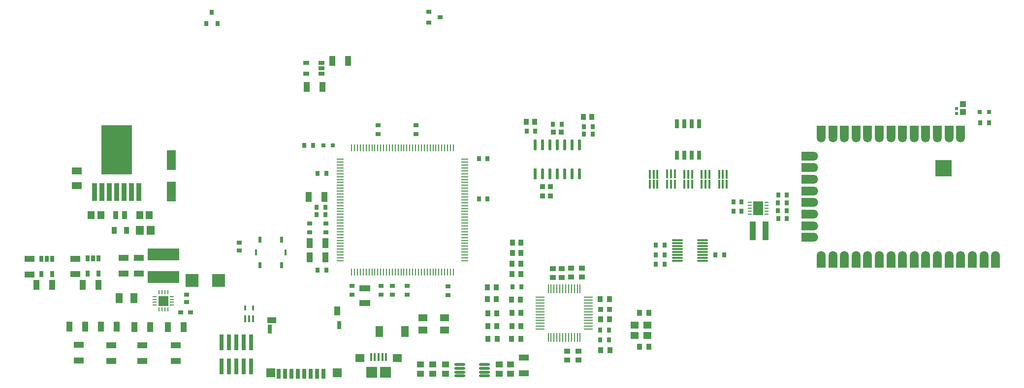
<source format=gtp>
G04*
G04 #@! TF.GenerationSoftware,Altium Limited,Altium Designer,20.2.6 (244)*
G04*
G04 Layer_Color=8421504*
%FSLAX25Y25*%
%MOIN*%
G70*
G04*
G04 #@! TF.SameCoordinates,2322B5F6-C0F9-4DFB-907C-46C9DA4D7F26*
G04*
G04*
G04 #@! TF.FilePolarity,Positive*
G04*
G01*
G75*
%ADD22R,0.06142X0.01102*%
%ADD23R,0.01102X0.06142*%
%ADD24R,0.02756X0.03543*%
%ADD25R,0.03740X0.04134*%
%ADD26R,0.03150X0.03543*%
%ADD27R,0.02236X0.07498*%
G04:AMPARAMS|DCode=28|XSize=74.98mil|YSize=22.36mil|CornerRadius=11.18mil|HoleSize=0mil|Usage=FLASHONLY|Rotation=90.000|XOffset=0mil|YOffset=0mil|HoleType=Round|Shape=RoundedRectangle|*
%AMROUNDEDRECTD28*
21,1,0.07498,0.00000,0,0,90.0*
21,1,0.05262,0.02236,0,0,90.0*
1,1,0.02236,0.00000,0.02631*
1,1,0.02236,0.00000,-0.02631*
1,1,0.02236,0.00000,-0.02631*
1,1,0.02236,0.00000,0.02631*
%
%ADD28ROUNDEDRECTD28*%
%ADD29R,0.01400X0.03200*%
%ADD30R,0.01400X0.05000*%
%ADD31R,0.03740X0.03150*%
%ADD32R,0.02362X0.03937*%
%ADD33R,0.01772X0.03937*%
%ADD34R,0.07480X0.07480*%
%ADD35R,0.06299X0.05512*%
%ADD36R,0.01355X0.05315*%
%ADD37R,0.03150X0.03150*%
%ADD38R,0.00900X0.04800*%
%ADD39R,0.04800X0.00900*%
%ADD40R,0.07480X0.04331*%
G04:AMPARAMS|DCode=41|XSize=43.31mil|YSize=23.62mil|CornerRadius=2.01mil|HoleSize=0mil|Usage=FLASHONLY|Rotation=180.000|XOffset=0mil|YOffset=0mil|HoleType=Round|Shape=RoundedRectangle|*
%AMROUNDEDRECTD41*
21,1,0.04331,0.01961,0,0,180.0*
21,1,0.03929,0.02362,0,0,180.0*
1,1,0.00402,-0.01965,0.00980*
1,1,0.00402,0.01965,0.00980*
1,1,0.00402,0.01965,-0.00980*
1,1,0.00402,-0.01965,-0.00980*
%
%ADD41ROUNDEDRECTD41*%
%ADD42R,0.04331X0.06693*%
%ADD43R,0.09055X0.09055*%
%ADD44R,0.03543X0.02756*%
%ADD45O,0.05906X0.11260*%
%ADD46O,0.11260X0.05906*%
%ADD47C,0.00787*%
%ADD48R,0.05906X0.05906*%
%ADD49R,0.05906X0.05906*%
%ADD50R,0.03543X0.03150*%
%ADD51R,0.03347X0.03740*%
%ADD52R,0.03347X0.03858*%
%ADD53R,0.06299X0.04921*%
%ADD54R,0.04134X0.04134*%
%ADD55R,0.03150X0.03543*%
%ADD56R,0.21063X0.33622*%
%ADD57R,0.03504X0.12047*%
%ADD58R,0.03386X0.03858*%
%ADD59R,0.06890X0.09646*%
%ADD60R,0.02972X0.01000*%
%ADD61R,0.03937X0.12598*%
%ADD62R,0.02913X0.10984*%
%ADD63R,0.06693X0.04331*%
%ADD64R,0.05512X0.04724*%
%ADD65R,0.03622X0.03858*%
%ADD66R,0.01575X0.05906*%
%ADD67R,0.04724X0.06693*%
%ADD68R,0.06693X0.06693*%
%ADD69R,0.02992X0.01024*%
%ADD70R,0.01024X0.02992*%
G04:AMPARAMS|DCode=71|XSize=43.31mil|YSize=23.62mil|CornerRadius=2.01mil|HoleSize=0mil|Usage=FLASHONLY|Rotation=270.000|XOffset=0mil|YOffset=0mil|HoleType=Round|Shape=RoundedRectangle|*
%AMROUNDEDRECTD71*
21,1,0.04331,0.01961,0,0,270.0*
21,1,0.03929,0.02362,0,0,270.0*
1,1,0.00402,-0.00980,-0.01965*
1,1,0.00402,-0.00980,0.01965*
1,1,0.00402,0.00980,0.01965*
1,1,0.00402,0.00980,-0.01965*
%
%ADD71ROUNDEDRECTD71*%
%ADD72R,0.06717X0.04545*%
%ADD73R,0.21654X0.08465*%
%ADD74R,0.02047X0.02047*%
%ADD75O,0.07677X0.01181*%
%ADD76R,0.03189X0.03858*%
%ADD77R,0.03740X0.04055*%
%ADD78R,0.03858X0.03622*%
%ADD79R,0.03425X0.03858*%
%ADD80R,0.05118X0.03937*%
%ADD81O,0.07480X0.01772*%
%ADD82R,0.03942X0.05913*%
%ADD83R,0.05906X0.03937*%
%ADD84R,0.03151X0.05514*%
%ADD85R,0.03152X0.05910*%
%ADD86R,0.05913X0.05913*%
%ADD87R,0.05909X0.05909*%
%ADD88R,0.02760X0.06900*%
%ADD89R,0.02759X0.06897*%
%ADD90R,0.02757X0.06892*%
%ADD91R,0.02760X0.06900*%
%ADD92R,0.02759X0.06898*%
%ADD93R,0.02758X0.06896*%
%ADD94R,0.02761X0.06902*%
%ADD95R,0.02757X0.06892*%
%ADD96R,0.03543X0.03150*%
%ADD97R,0.03543X0.04724*%
%ADD98R,0.03740X0.05315*%
%ADD99R,0.05512X0.06102*%
%ADD100R,0.05118X0.05709*%
%ADD101R,0.04528X0.05709*%
%ADD102R,0.03425X0.03661*%
%ADD103R,0.03858X0.03386*%
%ADD104R,0.03858X0.03189*%
%ADD105R,0.06299X0.13780*%
%ADD106R,0.03197X0.02985*%
%ADD107R,0.02559X0.06004*%
G36*
X624540Y124350D02*
X613540D01*
Y135350D01*
X624540D01*
Y124350D01*
D02*
G37*
G36*
X92962Y37745D02*
X88728D01*
Y41980D01*
X92962D01*
Y37745D01*
D02*
G37*
G36*
X256807Y15393D02*
X252082D01*
Y22873D01*
X256807D01*
Y15393D01*
D02*
G37*
G36*
X239484D02*
X234759D01*
Y22873D01*
X239484D01*
Y15393D01*
D02*
G37*
D22*
X345831Y42322D02*
D03*
Y40354D02*
D03*
Y38385D02*
D03*
Y36417D02*
D03*
Y34448D02*
D03*
Y32480D02*
D03*
Y30511D02*
D03*
Y28543D02*
D03*
Y26574D02*
D03*
Y24606D02*
D03*
Y22637D02*
D03*
Y20669D02*
D03*
X378744D02*
D03*
Y22637D02*
D03*
Y24606D02*
D03*
Y26574D02*
D03*
Y28543D02*
D03*
Y30511D02*
D03*
Y32480D02*
D03*
Y34448D02*
D03*
Y36417D02*
D03*
Y38385D02*
D03*
Y40354D02*
D03*
Y42322D02*
D03*
D23*
X351461Y15039D02*
D03*
X353429D02*
D03*
X355398D02*
D03*
X357366D02*
D03*
X359335D02*
D03*
X361303D02*
D03*
X363272D02*
D03*
X365240D02*
D03*
X367209D02*
D03*
X369177D02*
D03*
X371146D02*
D03*
X373114D02*
D03*
Y47952D02*
D03*
X371146D02*
D03*
X369177D02*
D03*
X367209D02*
D03*
X365240D02*
D03*
X363272D02*
D03*
X361303D02*
D03*
X359335D02*
D03*
X357366D02*
D03*
X355398D02*
D03*
X353429D02*
D03*
X351461D02*
D03*
D24*
X381509Y158034D02*
D03*
X375603D02*
D03*
Y153024D02*
D03*
X381509D02*
D03*
X643969Y160777D02*
D03*
X649874D02*
D03*
X192208Y145390D02*
D03*
X186302D02*
D03*
X200544Y98504D02*
D03*
X194638D02*
D03*
X200544Y103501D02*
D03*
X194638D02*
D03*
X513000Y101031D02*
D03*
X507094D02*
D03*
Y106372D02*
D03*
X513000D02*
D03*
X513069Y111712D02*
D03*
X507164D02*
D03*
X201331Y60777D02*
D03*
X195426D02*
D03*
X342772Y154894D02*
D03*
X336867D02*
D03*
X354727Y159671D02*
D03*
X360632D02*
D03*
X424350Y77661D02*
D03*
X430256D02*
D03*
X424350Y71058D02*
D03*
X430256D02*
D03*
X424350Y64865D02*
D03*
X430256D02*
D03*
X386556Y13217D02*
D03*
X392461D02*
D03*
X386556Y20153D02*
D03*
X392461D02*
D03*
X333237Y49251D02*
D03*
X327332D02*
D03*
X464600Y71058D02*
D03*
X470506D02*
D03*
X304483Y108913D02*
D03*
X310388D02*
D03*
X195426Y126311D02*
D03*
X201331D02*
D03*
X304483Y136453D02*
D03*
X310388D02*
D03*
D25*
X381016Y164571D02*
D03*
X375308D02*
D03*
X342280Y161396D02*
D03*
X336572D02*
D03*
D26*
X120035Y227909D02*
D03*
X127516D02*
D03*
X123776Y235783D02*
D03*
D27*
X342471Y126145D02*
D03*
D28*
X347471D02*
D03*
X352471D02*
D03*
X357471D02*
D03*
X362471D02*
D03*
X367471D02*
D03*
X372471D02*
D03*
Y145837D02*
D03*
X367471D02*
D03*
X362471D02*
D03*
X357471D02*
D03*
X352471D02*
D03*
X347471D02*
D03*
X342471D02*
D03*
D29*
X146348Y35002D02*
D03*
X151466D02*
D03*
D30*
Y27602D02*
D03*
X148907D02*
D03*
X146348D02*
D03*
D31*
X142169Y74149D02*
D03*
Y79267D02*
D03*
D32*
X170983Y64106D02*
D03*
X156416D02*
D03*
X170983Y81429D02*
D03*
X156416D02*
D03*
D33*
X173640Y72768D02*
D03*
X153759D02*
D03*
D34*
X241391Y-8747D02*
D03*
X231942D02*
D03*
D35*
X249265Y899D02*
D03*
X224068D02*
D03*
D36*
X241785Y1785D02*
D03*
X239226D02*
D03*
X236667D02*
D03*
X234108D02*
D03*
X231549D02*
D03*
D37*
X650071Y168211D02*
D03*
X643772D02*
D03*
X199273Y145217D02*
D03*
X205572D02*
D03*
D38*
X218346Y143839D02*
D03*
X220314D02*
D03*
X222283D02*
D03*
X224251D02*
D03*
X226220D02*
D03*
X228188D02*
D03*
X230157D02*
D03*
X232125D02*
D03*
X234094D02*
D03*
X236062D02*
D03*
X238031D02*
D03*
X239999D02*
D03*
X241968D02*
D03*
X243936D02*
D03*
X245905D02*
D03*
X247873D02*
D03*
X249842D02*
D03*
X251810D02*
D03*
X253779D02*
D03*
X255747D02*
D03*
X257716D02*
D03*
X259684D02*
D03*
X261653D02*
D03*
X263621D02*
D03*
X265590D02*
D03*
X267558D02*
D03*
X269527D02*
D03*
X271495D02*
D03*
X273464D02*
D03*
X275432D02*
D03*
X277401D02*
D03*
X279369D02*
D03*
X281338D02*
D03*
X283306D02*
D03*
X285275D02*
D03*
X287243D02*
D03*
Y59239D02*
D03*
X285275D02*
D03*
X283306D02*
D03*
X281338D02*
D03*
X279369D02*
D03*
X277401D02*
D03*
X275432D02*
D03*
X273464D02*
D03*
X271495D02*
D03*
X269527D02*
D03*
X267558D02*
D03*
X265590D02*
D03*
X263621D02*
D03*
X261653D02*
D03*
X259684D02*
D03*
X257716D02*
D03*
X255747D02*
D03*
X253779D02*
D03*
X251810D02*
D03*
X249842D02*
D03*
X247873D02*
D03*
X245905D02*
D03*
X243936D02*
D03*
X241968D02*
D03*
X239999D02*
D03*
X238031D02*
D03*
X236062D02*
D03*
X234094D02*
D03*
X232125D02*
D03*
X230157D02*
D03*
X228188D02*
D03*
X226220D02*
D03*
X224251D02*
D03*
X222283D02*
D03*
X220314D02*
D03*
X218346D02*
D03*
D39*
X295094Y135988D02*
D03*
Y134020D02*
D03*
Y132051D02*
D03*
Y130083D02*
D03*
Y128114D02*
D03*
Y126146D02*
D03*
Y124177D02*
D03*
Y122209D02*
D03*
Y120240D02*
D03*
Y118272D02*
D03*
Y116303D02*
D03*
Y114335D02*
D03*
Y112366D02*
D03*
Y110398D02*
D03*
Y108429D02*
D03*
Y106461D02*
D03*
Y104492D02*
D03*
Y102524D02*
D03*
Y100555D02*
D03*
Y98587D02*
D03*
Y96618D02*
D03*
Y94650D02*
D03*
Y92681D02*
D03*
Y90713D02*
D03*
Y88744D02*
D03*
Y86776D02*
D03*
Y84807D02*
D03*
Y82839D02*
D03*
Y80870D02*
D03*
Y78902D02*
D03*
Y76933D02*
D03*
Y74965D02*
D03*
Y72996D02*
D03*
Y71028D02*
D03*
Y69059D02*
D03*
Y67091D02*
D03*
X210494D02*
D03*
Y69059D02*
D03*
Y71028D02*
D03*
Y72996D02*
D03*
Y74965D02*
D03*
Y76933D02*
D03*
Y78902D02*
D03*
Y80870D02*
D03*
Y82839D02*
D03*
Y84807D02*
D03*
Y86776D02*
D03*
Y88744D02*
D03*
Y90713D02*
D03*
Y92681D02*
D03*
Y94650D02*
D03*
Y96618D02*
D03*
Y98587D02*
D03*
Y100555D02*
D03*
Y102524D02*
D03*
Y104492D02*
D03*
Y106461D02*
D03*
Y108429D02*
D03*
Y110398D02*
D03*
Y112366D02*
D03*
Y114335D02*
D03*
Y116303D02*
D03*
Y118272D02*
D03*
Y120240D02*
D03*
Y122209D02*
D03*
Y124177D02*
D03*
Y126146D02*
D03*
Y128114D02*
D03*
Y130083D02*
D03*
Y132051D02*
D03*
Y134020D02*
D03*
Y135988D02*
D03*
D40*
X227225Y48347D02*
D03*
Y38505D02*
D03*
D41*
X187748Y194011D02*
D03*
Y201492D02*
D03*
X197985D02*
D03*
Y197752D02*
D03*
Y194011D02*
D03*
D42*
X187899Y185011D02*
D03*
X198529D02*
D03*
X205229Y202633D02*
D03*
X215859D02*
D03*
X36334Y50612D02*
D03*
X46964D02*
D03*
X189255Y110398D02*
D03*
X199885D02*
D03*
X189894Y79067D02*
D03*
X200524D02*
D03*
X200544Y69224D02*
D03*
X189914D02*
D03*
X71325Y22069D02*
D03*
X81955D02*
D03*
X93877Y22069D02*
D03*
X104507D02*
D03*
X48718Y22284D02*
D03*
X59347D02*
D03*
X27297Y22284D02*
D03*
X37927D02*
D03*
X5081Y50612D02*
D03*
X15711D02*
D03*
D43*
X110405Y53564D02*
D03*
X128121D02*
D03*
D44*
X190032Y86450D02*
D03*
Y92355D02*
D03*
X200937Y86341D02*
D03*
Y92247D02*
D03*
X238216Y44010D02*
D03*
Y49916D02*
D03*
X218531Y44010D02*
D03*
Y49916D02*
D03*
X283491Y49704D02*
D03*
Y43798D02*
D03*
X246090Y49916D02*
D03*
Y44010D02*
D03*
X236339Y153183D02*
D03*
Y159089D02*
D03*
X255932Y49916D02*
D03*
Y44010D02*
D03*
X261806Y153183D02*
D03*
Y159089D02*
D03*
D45*
X630739Y153141D02*
D03*
X622865D02*
D03*
X614992D02*
D03*
X607118D02*
D03*
X599243D02*
D03*
X591369D02*
D03*
X583495D02*
D03*
X575621D02*
D03*
X567747D02*
D03*
X559873D02*
D03*
X551999D02*
D03*
X544125D02*
D03*
X536251D02*
D03*
Y67944D02*
D03*
X544125D02*
D03*
X551999D02*
D03*
X559873D02*
D03*
X567747D02*
D03*
X575621D02*
D03*
X583495D02*
D03*
X591369D02*
D03*
X599243D02*
D03*
X607118D02*
D03*
X614992D02*
D03*
X622865D02*
D03*
X630739D02*
D03*
X638614D02*
D03*
X646488D02*
D03*
X654362D02*
D03*
D46*
X528692Y138110D02*
D03*
Y130236D02*
D03*
Y122362D02*
D03*
Y114488D02*
D03*
Y106614D02*
D03*
Y98739D02*
D03*
Y90865D02*
D03*
Y82991D02*
D03*
D47*
X619322Y129440D02*
D03*
D48*
X630739Y155850D02*
D03*
X654362Y65267D02*
D03*
X622865Y155850D02*
D03*
X614992D02*
D03*
X607118D02*
D03*
X599243D02*
D03*
X591369D02*
D03*
X583495D02*
D03*
X575621D02*
D03*
X567747D02*
D03*
X559873D02*
D03*
X551999D02*
D03*
X544125D02*
D03*
X536251D02*
D03*
Y65236D02*
D03*
X544125D02*
D03*
X551999D02*
D03*
X559873D02*
D03*
X567747D02*
D03*
X575621D02*
D03*
X583495D02*
D03*
X591369D02*
D03*
X599243D02*
D03*
X607118D02*
D03*
X614992D02*
D03*
X622865D02*
D03*
X630739D02*
D03*
X638614D02*
D03*
X646488D02*
D03*
D49*
X525984Y138110D02*
D03*
Y130236D02*
D03*
Y122362D02*
D03*
Y114488D02*
D03*
Y106614D02*
D03*
Y98739D02*
D03*
Y90865D02*
D03*
Y82991D02*
D03*
D50*
X278449Y232399D02*
D03*
X270574Y228659D02*
D03*
Y236139D02*
D03*
D51*
X360337Y154476D02*
D03*
X355022D02*
D03*
X352881Y117411D02*
D03*
X347566D02*
D03*
X352881Y110889D02*
D03*
X347566D02*
D03*
D52*
X327208Y72216D02*
D03*
X333113D02*
D03*
X310553Y31495D02*
D03*
X316459D02*
D03*
X333113Y79331D02*
D03*
X327208D02*
D03*
X310574Y22696D02*
D03*
X316479D02*
D03*
D53*
X266569Y19881D02*
D03*
X281135D02*
D03*
X266569Y28543D02*
D03*
X281135D02*
D03*
D54*
X632402Y168211D02*
D03*
Y173527D02*
D03*
D55*
X507291Y95691D02*
D03*
X512803D02*
D03*
X476809Y100818D02*
D03*
X482321D02*
D03*
Y107009D02*
D03*
X476809D02*
D03*
D56*
X59401Y142479D02*
D03*
D57*
X74401Y113720D02*
D03*
X69401D02*
D03*
X64401D02*
D03*
X59401D02*
D03*
X54401D02*
D03*
X49401D02*
D03*
X44401D02*
D03*
D58*
X326889Y22775D02*
D03*
X332913D02*
D03*
X392894Y27246D02*
D03*
X386871D02*
D03*
X333094Y57986D02*
D03*
X327070D02*
D03*
X333094Y65101D02*
D03*
X327070D02*
D03*
X332923Y31653D02*
D03*
X326899D02*
D03*
D59*
X493623Y102786D02*
D03*
D60*
X488003Y98849D02*
D03*
Y100818D02*
D03*
Y102786D02*
D03*
Y104755D02*
D03*
Y106723D02*
D03*
X499243D02*
D03*
Y104755D02*
D03*
Y102786D02*
D03*
Y100818D02*
D03*
Y98849D02*
D03*
D61*
X489949Y87404D02*
D03*
X498610D02*
D03*
D62*
X150201Y11566D02*
D03*
X145201D02*
D03*
X140201D02*
D03*
X135201D02*
D03*
X130201D02*
D03*
Y-4457D02*
D03*
X135201D02*
D03*
X140201D02*
D03*
X145201D02*
D03*
X150201D02*
D03*
D63*
X63854Y58444D02*
D03*
Y69074D02*
D03*
X31162Y68525D02*
D03*
Y57895D02*
D03*
X74270Y58444D02*
D03*
Y69074D02*
D03*
X33719Y9997D02*
D03*
Y-632D02*
D03*
X334807Y-9351D02*
D03*
Y1279D02*
D03*
X76695Y-802D02*
D03*
Y9828D02*
D03*
X55502Y-802D02*
D03*
Y9828D02*
D03*
X99192Y-802D02*
D03*
Y9828D02*
D03*
X148Y57784D02*
D03*
Y68414D02*
D03*
D64*
X409860Y16535D02*
D03*
X418521D02*
D03*
Y23228D02*
D03*
X409860D02*
D03*
D65*
X413364Y8681D02*
D03*
X419466D02*
D03*
X310239Y41117D02*
D03*
X316341D02*
D03*
X413364Y31809D02*
D03*
X419466D02*
D03*
X310722Y13897D02*
D03*
X316825D02*
D03*
X316341Y49056D02*
D03*
X310239D02*
D03*
D66*
X420324Y119038D02*
D03*
X422883D02*
D03*
X425442D02*
D03*
Y125731D02*
D03*
X422883D02*
D03*
X420324D02*
D03*
X432026Y125901D02*
D03*
X434585D02*
D03*
X437144D02*
D03*
Y119208D02*
D03*
X434585D02*
D03*
X432026D02*
D03*
X443728Y125838D02*
D03*
X446287D02*
D03*
X448846D02*
D03*
Y119146D02*
D03*
X446287D02*
D03*
X443728D02*
D03*
X455431Y125838D02*
D03*
X457990D02*
D03*
X460548D02*
D03*
Y119146D02*
D03*
X457990D02*
D03*
X455431D02*
D03*
X467133Y125839D02*
D03*
X469692D02*
D03*
X472251D02*
D03*
Y119146D02*
D03*
X469692D02*
D03*
X467133D02*
D03*
D67*
X70819Y41580D02*
D03*
X60976D02*
D03*
D68*
X90846Y39863D02*
D03*
D69*
X96692Y42816D02*
D03*
Y40847D02*
D03*
Y38879D02*
D03*
Y36910D02*
D03*
X84999D02*
D03*
Y38879D02*
D03*
Y40847D02*
D03*
Y42816D02*
D03*
D70*
X87893Y45710D02*
D03*
X89861D02*
D03*
X91830D02*
D03*
X93798D02*
D03*
Y34017D02*
D03*
X91830D02*
D03*
X89861D02*
D03*
X87893D02*
D03*
D71*
X46947Y58382D02*
D03*
X39467D02*
D03*
Y68619D02*
D03*
X43207D02*
D03*
X46947D02*
D03*
X15694Y58078D02*
D03*
X8214D02*
D03*
Y68314D02*
D03*
X11954D02*
D03*
X15694D02*
D03*
D72*
X32227Y118076D02*
D03*
Y128122D02*
D03*
D73*
X90846Y71337D02*
D03*
Y56180D02*
D03*
D74*
X627935Y170318D02*
D03*
Y167168D02*
D03*
D75*
X439071Y80901D02*
D03*
Y78932D02*
D03*
Y76964D02*
D03*
Y74995D02*
D03*
Y73027D02*
D03*
Y71058D02*
D03*
Y69090D02*
D03*
Y67121D02*
D03*
X455804Y80901D02*
D03*
Y78932D02*
D03*
Y76964D02*
D03*
Y74995D02*
D03*
Y73027D02*
D03*
Y71058D02*
D03*
Y69090D02*
D03*
Y67121D02*
D03*
D76*
X392843Y41117D02*
D03*
X386772D02*
D03*
D77*
X387048Y6538D02*
D03*
X393253D02*
D03*
X326541Y40629D02*
D03*
X332745D02*
D03*
D78*
X371804Y5858D02*
D03*
Y-244D02*
D03*
X354591Y61825D02*
D03*
Y55723D02*
D03*
X364427Y-244D02*
D03*
Y5858D02*
D03*
X360734Y55723D02*
D03*
Y61825D02*
D03*
D79*
X332893Y13897D02*
D03*
X326752D02*
D03*
D80*
X265000Y-3249D02*
D03*
Y-9548D02*
D03*
X273438Y-3157D02*
D03*
Y-9456D02*
D03*
X281875Y-3249D02*
D03*
Y-9548D02*
D03*
X318290Y-9548D02*
D03*
Y-3249D02*
D03*
X326051Y-9517D02*
D03*
Y-3218D02*
D03*
D81*
X308385Y-11018D02*
D03*
Y-8459D02*
D03*
Y-5900D02*
D03*
Y-3341D02*
D03*
X291456Y-11018D02*
D03*
Y-8459D02*
D03*
Y-5900D02*
D03*
Y-3341D02*
D03*
D82*
X208483Y33053D02*
D03*
D83*
X164408Y26753D02*
D03*
D84*
X210058Y23407D02*
D03*
D85*
X163010Y20848D02*
D03*
D86*
X208778Y-9073D02*
D03*
D87*
X163699D02*
D03*
D88*
X168818Y-9566D02*
D03*
D89*
X173148D02*
D03*
D90*
X177479D02*
D03*
D91*
X181810D02*
D03*
D92*
X186140D02*
D03*
D93*
X190471D02*
D03*
D94*
X194802D02*
D03*
D95*
X199132D02*
D03*
D96*
X102542Y32141D02*
D03*
X109235D02*
D03*
D97*
X65897Y87708D02*
D03*
X57630D02*
D03*
D98*
X64619Y97963D02*
D03*
X58714D02*
D03*
D99*
X82403Y87708D02*
D03*
X74923D02*
D03*
D100*
X81350Y97963D02*
D03*
X75051D02*
D03*
D101*
X41828Y97963D02*
D03*
X48718D02*
D03*
D102*
X393032Y34083D02*
D03*
X386890D02*
D03*
D103*
X367047Y61943D02*
D03*
Y55919D02*
D03*
D104*
X374181Y55971D02*
D03*
Y62041D02*
D03*
D105*
X96340Y135272D02*
D03*
Y114012D02*
D03*
D106*
X106782Y44083D02*
D03*
Y39146D02*
D03*
D107*
X438486Y138608D02*
D03*
X443486D02*
D03*
X448486D02*
D03*
X453486D02*
D03*
Y159962D02*
D03*
X448486D02*
D03*
X443486D02*
D03*
X438486D02*
D03*
M02*

</source>
